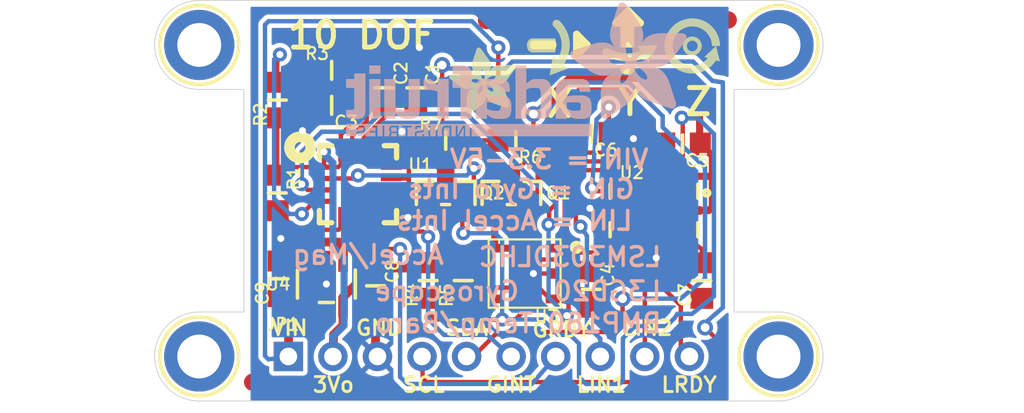
<source format=kicad_pcb>
(kicad_pcb (version 20221018) (generator pcbnew)
  (layers (0 "F.Cu" signal) (31 "B.Cu" signal) (34 "B.Paste" user) (35 "F.Paste" user) (36 "B.SilkS" user "B.Silkscreen") (37 "F.SilkS" user "F.Silkscreen") (38 "B.Mask" user) (39 "F.Mask" user) (44 "Edge.Cuts" user))
  (net 0 "")
  (net 1 "N$1")
  (net 2 "N$2")
  (net 3 "3.3V")
  (net 4 "N$3")
  (net 5 "N$4")
  (net 6 "GND")
  (net 7 "SCL_3V")
  (net 8 "SDA_3V")
  (net 9 "N$6")
  (net 10 "N$5")
  (net 11 "N$7")
  (net 12 "VIN")
  (net 13 "SDA_5V")
  (net 14 "SCL_5V")
  (net 15 "GYR_INT")
  (net 16 "LSM_INT2")
  (net 17 "LSM_INT1")
  (net 18 "LSM_DRDY")
  (net 19 "GYR_RDY")
  (footprint "working:_0805MP" (layer "F.Cu") (at 160.6391 109.5606 90)
    (fp_text reference "C7")
    (fp_text value "0.22µF")
  )
  (footprint "working:_0805MP" (layer "F.Cu") (at 136.5391 109.4606 90)
    (fp_text reference "C9")
    (fp_text value "10uF")
  )
  (footprint "working:SOT23-WIDE" (layer "F.Cu") (at 149.7851 104.5606)
    (fp_text reference "Q1")
    (fp_text value "BSS138")
  )
  (footprint "working:L3G4200D_LGA16L" (layer "F.Cu") (at 141.0391 104.0606)
    (fp_text reference "U1")
    (fp_text value "L3GD20")
  )
  (footprint "working:SOT23-WIDE" (layer "F.Cu") (at 146.0391 104.5606)
    (fp_text reference "Q2")
    (fp_text value "BSS138")
  )
  (footprint "working:_0805MP" (layer "F.Cu") (at 146.0391 101.5606)
    (fp_text reference "R7")
    (fp_text value "10K")
  )
  (footprint "working:_0805MP" (layer "F.Cu") (at 145.0391 109.5606 90)
    (fp_text reference "R4")
    (fp_text value "10K")
  )
  (footprint "working:_0805MP" (layer "F.Cu") (at 142.5391 98.5606 -90)
    (fp_text reference "C2")
    (fp_text value "470nF")
  )
  (footprint "working:ADAFRUIT_3.5MM" (layer "F.Cu") (at 150.0391 100.0606 90)
    (fp_text reference "U$32" hide)
    (fp_text value "" hide)
  )
  (footprint "working:_0805MP" (layer "F.Cu") (at 159.5391 101.7606 180)
    (fp_text reference "C5")
    (fp_text value "10uF")
  )
  (footprint "working:_0805MP" (layer "F.Cu") (at 136.4391 104.5606 -90)
    (fp_text reference "R1")
    (fp_text value "10K")
  )
  (footprint "working:LGA14" (layer "F.Cu") (at 157.9121 105.5606)
    (fp_text reference "U2")
    (fp_text value "LSM303DLHC")
  )
  (footprint "working:_0805MP" (layer "F.Cu") (at 139.5391 97.5606)
    (fp_text reference "R3")
    (fp_text value "10K")
  )
  (footprint "working:_0805MP" (layer "F.Cu") (at 150.0391 101.5606 180)
    (fp_text reference "R6")
    (fp_text value "10K")
  )
  (footprint "working:_0805MP" (layer "F.Cu") (at 154.3391 110.0606 -90)
    (fp_text reference "C4")
    (fp_text value "0.1uF")
  )
  (footprint "working:_0805MP" (layer "F.Cu") (at 136.4391 99.2606 90)
    (fp_text reference "R2")
    (fp_text value "10K")
  )
  (footprint "working:_0805MP" (layer "F.Cu") (at 139.5391 99.5606 180)
    (fp_text reference "C3")
    (fp_text value "0.1uF")
  )
  (footprint "working:MOUNTINGHOLE_2.5_PLATED_THICK" (layer "F.Cu") (at 165.0111 113.8936)
    (fp_text reference "U$28" hide)
    (fp_text value "MOUNTINGHOLE2.5_THICK" hide)
  )
  (footprint "working:_0805MP" (layer "F.Cu") (at 142.0391 109.8606 -90)
    (fp_text reference "C8")
    (fp_text value "10uF")
  )
  (footprint "working:MOUNTINGHOLE_2.5_PLATED_THICK" (layer "F.Cu") (at 131.9911 96.1136)
    (fp_text reference "U$30" hide)
    (fp_text value "MOUNTINGHOLE2.5_THICK" hide)
  )
  (footprint "working:FIDUCIAL_1MM" (layer "F.Cu") (at 148.3741 94.7166)
    (fp_text reference "FID3" hide)
    (fp_text value "FIDUCIAL\"\"" hide)
  )
  (footprint "working:_0805MP" (layer "F.Cu") (at 154.3391 101.1606 180)
    (fp_text reference "C6")
    (fp_text value "4.7uF")
  )
  (footprint "working:FIDUCIAL_1MM" (layer "F.Cu") (at 162.1391 94.6876)
    (fp_text reference "FID1" hide)
    (fp_text value "FIDUCIAL\"\"" hide)
  )
  (footprint "working:_0805MP" (layer "F.Cu") (at 147.0391 109.5606 90)
    (fp_text reference "R5")
    (fp_text value "10K")
  )
  (footprint "working:FIDUCIAL_1MM" (layer "F.Cu") (at 135.0391 115.3606)
    (fp_text reference "FID2" hide)
    (fp_text value "FIDUCIAL\"\"" hide)
  )
  (footprint "working:_0805MP" (layer "F.Cu") (at 144.3391 98.5606 -90)
    (fp_text reference "C1")
    (fp_text value "10nF")
  )
  (footprint "working:SYMBOL_GYROXYZ_10MM" (layer "F.Cu") (at 151.4391 97.8606)
    (fp_text reference "U$25" hide)
    (fp_text value "" hide)
  )
  (footprint "working:1X10_ROUND" (layer "F.Cu") (at 148.5011 113.8936)
    (fp_text reference "JP1")
    (fp_text value "")
  )
  (footprint "working:MOUNTINGHOLE_2.5_PLATED_THICK" (layer "F.Cu") (at 131.9911 113.8936)
    (fp_text reference "U$31" hide)
    (fp_text value "MOUNTINGHOLE2.5_THICK" hide)
  )
  (footprint "working:MOUNTINGHOLE_2.5_PLATED_THICK" (layer "F.Cu") (at 165.0111 96.1136)
    (fp_text reference "U$29" hide)
    (fp_text value "MOUNTINGHOLE2.5_THICK" hide)
  )
  (footprint "working:BMP180_EXTENDED" (layer "F.Cu") (at 150.5391 109.1606 180)
    (fp_text reference "U3")
    (fp_text value "BMP180")
  )
  (footprint "working:SOT23-5" (layer "F.Cu") (at 139.2391 109.7606 180)
    (fp_text reference "U4")
    (fp_text value "MIC5225-3.3")
  )
  (footprint "working:ADAFRUIT_TEXT_20MM" (layer "B.Cu") (at 159.9311 101.3206 180)
    (fp_text reference "U$26" hide)
    (fp_text value "" hide)
  )
  (gr_line (start 151.0391 96.0606) (end 152.1391 96.0606) (stroke (width 0.4064)) (layer "F.SilkS"))
  (gr_line (start 154.1011 96.1036) (end 153.5011 95.5036) (stroke (width 0.4064)) (layer "F.SilkS"))
  (gr_line (start 156.2391 95.0606) (end 156.2391 96.0606) (stroke (width 0.4064)) (layer "F.SilkS"))
  (gr_line (start 152.1391 96.0606) (end 152.1391 96.1606) (stroke (width 0.4064)) (layer "F.SilkS"))
  (gr_line (start 156.2391 96.0606) (end 156.5391 96.0606) (stroke (width 0.4064)) (layer "F.SilkS"))
  (gr_line (start 155.7391 94.8606) (end 156.1391 94.8606) (stroke (width 0.4064)) (layer "F.SilkS"))
  (gr_line (start 153.5011 95.5036) (end 153.5011 96.7036) (stroke (width 0.4064)) (layer "F.SilkS"))
  (gr_line (start 156.1391 94.8606) (end 156.4391 94.5606) (stroke (width 0.4064)) (layer "F.SilkS"))
  (gr_line (start 156.2391 97.5606) (end 156.5391 97.5606) (stroke (width 0.4064)) (layer "F.SilkS"))
  (gr_line (start 152.1391 96.1606) (end 151.0391 96.1606) (stroke (width 0.4064)) (layer "F.SilkS"))
  (gr_line (start 156.4391 94.1606) (end 155.7391 94.8606) (stroke (width 0.4064)) (layer "F.SilkS"))
  (gr_line (start 156.1391 94.8606) (end 157.1391 94.8606) (stroke (width 0.4064)) (layer "F.SilkS"))
  (gr_line (start 157.1391 94.8606) (end 156.4391 94.1606) (stroke (width 0.4064)) (layer "F.SilkS"))
  (gr_line (start 156.5391 96.0606) (end 156.5391 95.0606) (stroke (width 0.4064)) (layer "F.SilkS"))
  (gr_line (start 153.6391 95.9606) (end 153.6391 96.2606) (stroke (width 0.4064)) (layer "F.SilkS"))
  (gr_line (start 153.5011 96.7036) (end 154.1011 96.1036) (stroke (width 0.4064)) (layer "F.SilkS"))
  (gr_line (start 131.9911 98.6536) (end 134.5311 98.6536) (stroke (width 0.05)) (layer "Edge.Cuts"))
  (gr_line (start 134.5311 111.3536) (end 131.9911 111.3536) (stroke (width 0.05)) (layer "Edge.Cuts"))
  (gr_arc (start 165.0111 93.5736) (mid 166.807151 94.317549) (end 167.5511 96.1136) (stroke (width 0.05)) (layer "Edge.Cuts"))
  (gr_arc (start 129.4511 96.1136) (mid 130.195049 94.317549) (end 131.9911 93.5736) (stroke (width 0.05)) (layer "Edge.Cuts"))
  (gr_arc (start 129.4511 113.8936) (mid 130.195049 112.097549) (end 131.9911 111.3536) (stroke (width 0.05)) (layer "Edge.Cuts"))
  (gr_arc (start 165.0111 111.3536) (mid 166.807151 112.097549) (end 167.5511 113.8936) (stroke (width 0.05)) (layer "Edge.Cuts"))
  (gr_line (start 162.4711 98.6536) (end 162.4711 111.3536) (stroke (width 0.05)) (layer "Edge.Cuts"))
  (gr_arc (start 167.5511 96.1136) (mid 166.807151 97.909651) (end 165.0111 98.6536) (stroke (width 0.05)) (layer "Edge.Cuts"))
  (gr_arc (start 167.5511 113.8936) (mid 166.807151 115.689651) (end 165.0111 116.4336) (stroke (width 0.05)) (layer "Edge.Cuts"))
  (gr_line (start 131.9911 93.5736) (end 165.0111 93.5736) (stroke (width 0.05)) (layer "Edge.Cuts"))
  (gr_line (start 162.4711 111.3536) (end 165.0111 111.3536) (stroke (width 0.05)) (layer "Edge.Cuts"))
  (gr_arc (start 131.9911 98.6536) (mid 130.195049 97.909651) (end 129.4511 96.1136) (stroke (width 0.05)) (layer "Edge.Cuts"))
  (gr_line (start 134.5311 111.3536) (end 134.5311 98.6536) (stroke (width 0.05)) (layer "Edge.Cuts"))
  (gr_line (start 165.0111 116.4336) (end 131.9911 116.4336) (stroke (width 0.05)) (layer "Edge.Cuts"))
  (gr_line (start 165.0111 98.6536) (end 162.4711 98.6536) (stroke (width 0.05)) (layer "Edge.Cuts"))
  (gr_arc (start 131.9911 116.4336) (mid 130.195049 115.689651) (end 129.4511 113.8936) (stroke (width 0.05)) (layer "Edge.Cuts"))
  (gr_text "L3GD20" (at 158.4391 110.1686) (layer "B.SilkS") (effects (font (size 1.0795 1.0795) (thickness 0.1905)) (justify left mirror)))
  (gr_text "BMP180 Temp/Baro" (at 158.4391 111.9956) (layer "B.SilkS") (effects (font (size 1.0795 1.0795) (thickness 0.1905)) (justify left mirror)))
  (gr_text "GIN = Gyro Ints" (at 150.3361 104.3436) (layer "B.SilkS") (effects (font (size 1.0668 1.0668) (thickness 0.2032)) (justify mirror)))
  (gr_text "LSM303DLHC" (at 158.4391 108.2146) (layer "B.SilkS") (effects (font (size 1.0795 1.0795) (thickness 0.1905)) (justify left mirror)))
  (gr_text "LIN = Accel Ints" (at 149.9631 106.1436) (layer "B.SilkS") (effects (font (size 1.0668 1.0668) (thickness 0.2032)) (justify mirror)))
  (gr_text "Gyroscope" (at 150.3391 110.1686) (layer "B.SilkS") (effects (font (size 1.0795 1.0795) (thickness 0.1905)) (justify left mirror)))
  (gr_text "VIN = 3.3-5V" (at 151.9361 102.6406) (layer "B.SilkS") (effects (font (size 1.0668 1.0668) (thickness 0.2032)) (justify mirror)))
  (gr_text "Accel/Mag" (at 146.0391 108.0876) (layer "B.SilkS") (effects (font (size 1.0795 1.0795) (thickness 0.1905)) (justify left mirror)))
  (gr_text "GND" (at 142.2391 112.2606) (layer "F.SilkS") (effects (font (size 0.85344 0.85344) (thickness 0.16256))))
  (gr_text "Z" (at 160.4391 99.3606) (layer "F.SilkS") (effects (font (size 1.49352 1.49352) (thickness 0.28448))))
  (gr_text "LIN1" (at 154.9121 115.5066) (layer "F.SilkS") (effects (font (size 0.85344 0.85344) (thickness 0.16256))))
  (gr_text "LIN2" (at 157.5391 112.2606) (layer "F.SilkS") (effects (font (size 0.85344 0.85344) (thickness 0.16256))))
  (gr_text "Y" (at 156.5391 99.3606) (layer "F.SilkS") (effects (font (size 1.49352 1.49352) (thickness 0.28448))))
  (gr_text "SDA" (at 147.2391 112.2606) (layer "F.SilkS") (effects (font (size 0.85344 0.85344) (thickness 0.16256))))
  (gr_text "GINT" (at 149.7851 115.5066) (layer "F.SilkS") (effects (font (size 0.85344 0.85344) (thickness 0.16256))))
  (gr_text "GRDY" (at 152.6391 112.3606) (layer "F.SilkS") (effects (font (size 0.85344 0.85344) (thickness 0.16256))))
  (gr_text "VIN" (at 137.1391 112.2606) (layer "F.SilkS") (effects (font (size 0.85344 0.85344) (thickness 0.16256))))
  (gr_text "X" (at 152.5391 99.4606) (layer "F.SilkS") (effects (font (size 1.49352 1.49352) (thickness 0.28448))))
  (gr_text "3Vo" (at 139.6391 115.5066) (layer "F.SilkS") (effects (font (size 0.85344 0.85344) (thickness 0.16256))))
  (gr_text "LRDY" (at 159.9121 115.5066) (layer "F.SilkS") (effects (font (size 0.85344 0.85344) (thickness 0.16256))))
  (gr_text "SCL" (at 144.7851 115.5066) (layer "F.SilkS") (effects (font (size 0.85344 0.85344) (thickness 0.16256))))
  (gr_text "10 DOF" (at 141.2391 95.5606) (layer "F.SilkS") (effects (font (size 1.49352 1.49352) (thickness 0.28448))))
  (segment (start 140.0641 105.9606) (end 140.0641 106.5356) (width 0.25) (layer "F.Cu") (net 1))
  (segment (start 139.9391 106.6606) (end 137.5231 106.6606) (width 0.25) (layer "F.Cu") (net 1))
  (segment (start 137.5231 106.6606) (end 136.4391 105.5766) (width 0.25) (layer "F.Cu") (net 1))
  (segment (start 140.0641 106.5356) (end 139.9391 106.6606) (width 0.25) (layer "F.Cu") (net 1))
  (segment (start 138.5641 105.0356) (end 137.8391 105.7606) (width 0.25) (layer "F.Cu") (net 2))
  (segment (start 136.4391 96.8106) (end 136.5891 96.6606) (width 0.25) (layer "F.Cu") (net 2))
  (segment (start 136.4391 98.2446) (end 136.4391 96.8106) (width 0.25) (layer "F.Cu") (net 2))
  (segment (start 139.1391 105.0356) (end 138.5641 105.0356) (width 0.25) (layer "F.Cu") (net 2))
  (via (at 137.8391 105.7606) (size 0.8064) (drill 0.4) (layers "F.Cu" "B.Cu") (net 2))
  (via (at 136.5891 96.6606) (size 0.8064) (drill 0.4) (layers "F.Cu" "B.Cu") (net 2))
  (segment (start 137.1391 105.7606) (end 136.2581 104.8796) (width 0.25) (layer "B.Cu") (net 2))
  (segment (start 136.2581 96.9376) (end 136.5891 96.6606) (width 0.25) (layer "B.Cu") (net 2))
  (segment (start 136.2581 104.8796) (end 136.2581 96.9376) (width 0.25) (layer "B.Cu") (net 2))
  (segment (start 137.8391 105.7606) (end 137.1391 105.7606) (width 0.25) (layer "B.Cu") (net 2))
  (segment (start 149.0891 104.7106) (end 149.2391 104.5606) (width 0.25) (layer "F.Cu") (net 3))
  (segment (start 161.2391 102.4446) (end 160.5551 101.7606) (width 0.4064) (layer "F.Cu") (net 3))
  (segment (start 142.0391 108.8446) (end 144.7391 108.8446) (width 0.5) (layer "F.Cu") (net 3))
  (segment (start 140.0641 102.1606) (end 140.0641 101.2356) (width 0.25) (layer "F.Cu") (net 3))
  (segment (start 152.2391 102.2606) (end 152.2391 98.8526) (width 0.4064) (layer "F.Cu") (net 3))
  (segment (start 148.9851 107.7106) (end 150.2391 107.7106) (width 0.4064) (layer "F.Cu") (net 3))
  (segment (start 148.8351 105.5606) (end 148.8351 107.5606) (width 0.4064) (layer "F.Cu") (net 3))
  (segment (start 145.0391 108.5446) (end 146.0391 108.5446) (width 0.5) (layer "F.Cu") (net 3))
  (segment (start 160.3121 103.6066) (end 161.2391 103.6066) (width 0.4064) (layer "F.Cu") (net 3))
  (segment (start 149.2391 104.5606) (end 151.1581 104.5606) (width 0.25) (layer "F.Cu") (net 3))
  (segment (start 160.5121 101.7496) (end 160.5121 99.1826) (width 0.4064) (layer "F.Cu") (net 3))
  (segment (start 152.2391 102.2606) (end 151.3581 103.1416) (width 0.4064) (layer "F.Cu") (net 3))
  (segment (start 153.1311 108.3606) (end 150.7391 108.3606) (width 0.25) (layer "F.Cu") (net 3))
  (segment (start 148.8351 105.5606) (end 149.0891 104.7106) (width 0.25) (layer "F.Cu") (net 3))
  (segment (start 141.8551 108.8446) (end 140.1891 110.5106) (width 0.5) (layer "F.Cu") (net 3))
  (segment (start 139.1391 103.0856) (end 139.9141 103.0856) (width 0.25) (layer "F.Cu") (net 3))
  (segment (start 146.0391 108.5446) (end 147.0391 108.5446) (width 0.5) (layer "F.Cu") (net 3))
  (segment (start 159.9121 104.0066) (end 160.3121 103.6066) (width 0.4064) (layer "F.Cu") (net 3))
  (segment (start 154.3391 109.0446) (end 153.8151 109.0446) (width 0.25) (layer "F.Cu") (net 3))
  (segment (start 139.9141 103.0856) (end 140.0641 102.9356) (width 0.25) (layer "F.Cu") (net 3))
  (segment (start 140.5391 100.7606) (end 140.5391 99.8766) (width 0.25) (layer "F.Cu") (net 3))
  (segment (start 148.7391 107.7106) (end 147.8731 107.7106) (width 0.5) (layer "F.Cu") (net 3))
  (segment (start 150.5391 108.1606) (end 150.5391 107.4106) (width 0.25) (layer "F.Cu") (net 3))
  (segment (start 136.8981 103.0856) (end 136.4391 103.5446) (width 0.25) (layer "F.Cu") (net 3))
  (segment (start 140.1891 111.0607) (end 140.1891 110.5106) (width 0.5) (layer "F.Cu") (net 3))
  (segment (start 139.1031 102.2096) (end 139.1031 103.0496) (width 0.254) (layer "F.Cu") (net 3))
  (segment (start 159.3481 98.0186) (end 160.5121 99.1826) (width 0.4064) (layer "F.Cu") (net 3))
  (segment (start 140.0641 102.1606) (end 140.0641 102.9356) (width 0.25) (layer "F.Cu") (net 3))
  (segment (start 151.3581 104.4876) (end 151.3581 103.1416) (width 0.4064) (layer "F.Cu") (net 3))
  (segment (start 147.8731 107.7106) (end 147.0391 108.5446) (width 0.5) (layer "F.Cu") (net 3))
  (segment (start 145.0891 105.5606) (end 145.8391 105.5606) (width 0.25) (layer "F.Cu") (net 3))
  (segment (start 160.0121 105.5606) (end 161.0391 105.5606) (width 0.4064) (layer "F.Cu") (net 3))
  (segment (start 153.0731 98.0186) (end 159.3481 98.0186) (width 0.4064) (layer "F.Cu") (net 3))
  (segment (start 145.8391 105.5606) (end 146.0391 105.7606) (width 0.25) (layer "F.Cu") (net 3))
  (segment (start 139.1031 103.0496) (end 139.1391 103.0856) (width 0.254) (layer "F.Cu") (net 3))
  (segment (start 142.0391 108.8446) (end 141.8551 108.8446) (width 0.5) (layer "F.Cu") (net 3))
  (segment (start 140.1891 111.0607) (end 140.1891 112.1106) (width 0.5) (layer "F.Cu") (net 3))
  (segment (start 148.7391 107.7106) (end 148.9851 107.7106) (width 0.25) (layer "F.Cu") (net 3))
  (segment (start 152.2391 98.8526) (end 153.0731 98.0186) (width 0.4064) (layer "F.Cu") (net 3))
  (segment (start 150.7391 108.3606) (end 150.5391 108.1606) (width 0.25) (layer "F.Cu") (net 3))
  (segment (start 146.0391 105.7606) (end 146.0391 108.5446) (width 0.25) (layer "F.Cu") (net 3))
  (segment (start 139.6111 113.8936) (end 139.6491 112.6506) (width 0.5) (layer "F.Cu") (net 3))
  (segment (start 136.6391 103.3446) (end 136.4391 103.5446) (width 0.25) (layer "F.Cu") (net 3))
  (segment (start 139.6491 112.6506) (end 140.1891 112.1106) (width 0.5) (layer "F.Cu") (net 3))
  (segment (start 160.5121 101.7496) (end 160.5551 101.7606) (width 0.25) (layer "F.Cu") (net 3))
  (segment (start 161.2391 103.6066) (end 161.2391 102.4446) (width 0.4064) (layer "F.Cu") (net 3))
  (segment (start 139.1391 103.0856) (end 136.8981 103.0856) (width 0.25) (layer "F.Cu") (net 3))
  (segment (start 148.8351 107.5606) (end 148.9851 107.7106) (width 0.25) (layer "F.Cu") (net 3))
  (segment (start 161.0391 105.5606) (end 161.2391 105.3606) (width 0.4064) (layer "F.Cu") (net 3))
  (segment (start 144.7391 108.8446) (end 145.0391 108.5446) (width 0.5) (layer "F.Cu") (net 3))
  (segment (start 159.9121 104.4606) (end 159.9121 104.0066) (width 0.4064) (layer "F.Cu") (net 3))
  (segment (start 161.2391 105.3606) (end 161.2391 103.6066) (width 0.4064) (layer "F.Cu") (net 3))
  (segment (start 140.5391 99.8766) (end 140.5551 99.5606) (width 0.25) (layer "F.Cu") (net 3))
  (segment (start 151.1581 104.5606) (end 151.3581 104.4876) (width 0.25) (layer "F.Cu") (net 3))
  (segment (start 136.4391 100.2766) (end 136.4391 103.5446) (width 0.25) (layer "F.Cu") (net 3))
  (segment (start 140.0641 101.2356) (end 140.5391 100.7606) (width 0.25) (layer "F.Cu") (net 3))
  (segment (start 150.2391 107.7106) (end 150.5391 107.4106) (width 0.25) (layer "F.Cu") (net 3))
  (segment (start 153.8151 109.0446) (end 153.1311 108.3606) (width 0.25) (layer "F.Cu") (net 3))
  (via (at 139.1031 102.2096) (size 0.8064) (drill 0.4) (layers "F.Cu" "B.Cu") (net 3))
  (segment (start 140.2461 112.1156) (end 140.2461 108.3056) (width 0.4064) (layer "B.Cu") (net 3))
  (segment (start 140.2461 108.3056) (end 139.6111 107.6706) (width 0.4064) (layer "B.Cu") (net 3))
  (segment (start 138.8491 102.0826) (end 139.1031 102.2096) (width 0.4064) (layer "B.Cu") (net 3))
  (segment (start 139.6111 102.8446) (end 138.8491 102.0826) (width 0.4064) (layer "B.Cu") (net 3))
  (segment (start 139.6111 112.7506) (end 140.2461 112.1156) (width 0.4064) (layer "B.Cu") (net 3))
  (segment (start 139.6111 107.6706) (end 139.6111 102.8446) (width 0.4064) (layer "B.Cu") (net 3))
  (segment (start 139.6111 113.8936) (end 139.6111 112.7506) (width 0.4064) (layer "B.Cu") (net 3))
  (segment (start 142.5231 97.5606) (end 142.5391 97.5446) (width 0.25) (layer "F.Cu") (net 4))
  (segment (start 140.5551 97.5606) (end 142.5231 97.5606) (width 0.25) (layer "F.Cu") (net 4))
  (segment (start 141.3641 101.4356) (end 142.5391 100.2606) (width 0.25) (layer "F.Cu") (net 5))
  (segment (start 142.5391 100.2606) (end 142.5391 99.5766) (width 0.25) (layer "F.Cu") (net 5))
  (segment (start 144.3391 99.5766) (end 142.5391 99.5766) (width 0.25) (layer "F.Cu") (net 5))
  (segment (start 141.3641 102.1606) (end 141.3641 101.4356) (width 0.25) (layer "F.Cu") (net 5))
  (segment (start 143.9391 103.0606) (end 143.9391 101.4606) (width 0.25) (layer "F.Cu") (net 6))
  (segment (start 158.5231 101.7606) (end 157.4391 101.7606) (width 0.25) (layer "F.Cu") (net 6))
  (segment (start 143.9391 104.9606) (end 143.9391 104.3606) (width 0.25) (layer "F.Cu") (net 6))
  (segment (start 153.6391 98.6606) (end 156.3391 98.6606) (width 0.25) (layer "F.Cu") (net 6))
  (segment (start 139.2391 108.4605) (end 139.2391 109.7606) (width 0.5) (layer "F.Cu") (net 6))
  (segment (start 141.5391 98.7606) (end 141.3391 98.5606) (width 0.25) (layer "F.Cu") (net 6))
  (segment (start 142.9391 103.0856) (end 143.9141 103.0856) (width 0.25) (layer "F.Cu") (net 6))
  (segment (start 156.7391 99.0606) (end 156.7391 101.4606) (width 0.25) (layer "F.Cu") (net 6))
  (segment (start 153.4391 110.0606) (end 153.2391 109.8606) (width 0.25) (layer "F.Cu") (net 6))
  (segment (start 154.3391 111.0766) (end 154.3391 110.2606) (width 0.25) (layer "F.Cu") (net 6))
  (segment (start 153.2391 109.8606) (end 153.2391 109.2606) (width 0.25) (layer "F.Cu") (net 6))
  (segment (start 136.5391 108.4446) (end 136.5391 107.2606) (width 0.5) (layer "F.Cu") (net 6))
  (segment (start 136.5391 107.2606) (end 136.6391 107.1606) (width 0.5) (layer "F.Cu") (net 6))
  (segment (start 143.9391 101.4606) (end 143.5391 101.0606) (width 0.25) (layer "F.Cu") (net 6))
  (segment (start 154.3391 110.2606) (end 154.1391 110.0606) (width 0.25) (layer "F.Cu") (net 6))
  (segment (start 142.0141 105.9606) (end 143.8891 105.9606) (width 0.25) (layer "F.Cu") (net 6))
  (segment (start 138.5231 99.5606) (end 138.5231 98.5606) (width 0.25) (layer "F.Cu") (net 6))
  (segment (start 142.9391 104.3856) (end 143.9141 104.3856) (width 0.25) (layer "F.Cu") (net 6))
  (segment (start 157.1391 101.4606) (end 156.7391 101.4606) (width 0.25) (layer "F.Cu") (net 6))
  (segment (start 141.3391 98.5606) (end 138.5231 98.5606) (width 0.25) (layer "F.Cu") (net 6))
  (segment (start 143.9141 104.3856) (end 143.9391 104.3606) (width 0.25) (layer "F.Cu") (net 6))
  (segment (start 143.9141 103.0856) (end 143.9391 103.0606) (width 0.25) (layer "F.Cu") (net 6))
  (segment (start 152.3391 109.1606) (end 151.0391 109.1606) (width 0.25) (layer "F.Cu") (net 6))
  (segment (start 141.5391 100.4606) (end 141.5391 98.7606) (width 0.25) (layer "F.Cu") (net 6))
  (segment (start 158.3121 108.1146) (end 158.0391 108.2606) (width 0.25) (layer "F.Cu") (net 6))
  (segment (start 143.8641 105.0356) (end 143.8641 105.9356) (width 0.25) (layer "F.Cu") (net 6))
  (segment (start 157.5121 107.9876) (end 158.0391 108.2606) (width 0.25) (layer "F.Cu") (net 6))
  (segment (start 142.9391 105.0356) (end 143.8641 105.0356) (width 0.25) (layer "F.Cu") (net 6))
  (segment (start 158.3121 106.6606) (end 158.3121 108.1146) (width 0.25) (layer "F.Cu") (net 6))
  (segment (start 144.3391 96.4606) (end 144.5391 96.2606) (width 0.25) (layer "F.Cu") (net 6))
  (segment (start 138.5231 98.5606) (end 138.5231 97.5606) (width 0.25) (layer "F.Cu") (net 6))
  (segment (start 140.7141 102.1606) (end 140.7141 101.2856) (width 0.25) (layer "F.Cu") (net 6))
  (segment (start 142.0391 113.9106) (end 142.1511 113.8936) (width 0.5) (layer "F.Cu") (net 6))
  (segment (start 153.3231 101.1606) (end 153.3231 98.9766) (width 0.25) (layer "F.Cu") (net 6))
  (segment (start 142.9391 103.7356) (end 143.8641 103.7356) (width 0.25) (layer "F.Cu") (net 6))
  (segment (start 153.2391 109.2606) (end 153.1391 109.1606) (width 0.25) (layer "F.Cu") (net 6))
  (segment (start 153.3231 98.9766) (end 153.6391 98.6606) (width 0.25) (layer "F.Cu") (net 6))
  (segment (start 138.5231 100.3826) (end 137.8771 101.0066) (width 0.25) (layer "F.Cu") (net 6))
  (segment (start 143.8641 105.0356) (end 143.9391 104.9606) (width 0.25) (layer "F.Cu") (net 6))
  (segment (start 142.0141 102.1606) (end 142.0141 101.5856) (width 0.25) (layer "F.Cu") (net 6))
  (segment (start 143.9391 104.3606) (end 143.9391 103.6606) (width 0.25) (layer "F.Cu") (net 6))
  (segment (start 157.4391 101.7606) (end 157.1391 101.4606) (width 0.25) (layer "F.Cu") (net 6))
  (segment (start 142.0141 101.5856) (end 142.5391 101.0606) (width 0.25) (layer "F.Cu") (net 6))
  (segment (start 140.7141 101.2856) (end 141.5391 100.4606) (width 0.25) (layer "F.Cu") (net 6))
  (segment (start 142.5391 101.0606) (end 143.5391 101.0606) (width 0.25) (layer "F.Cu") (net 6))
  (segment (start 157.5121 106.6606) (end 157.5121 107.9876) (width 0.25) (layer "F.Cu") (net 6))
  (segment (start 143.8641 105.9356) (end 143.8891 105.9606) (width 0.25) (layer "F.Cu") (net 6))
  (segment (start 153.1391 109.1606) (end 152.3391 109.1606) (width 0.25) (layer "F.Cu") (net 6))
  (segment (start 143.8641 103.7356) (end 143.9391 103.6606) (width 0.25) (layer "F.Cu") (net 6))
  (segment (start 143.9391 103.6606) (end 143.9391 103.0606) (width 0.25) (layer "F.Cu") (net 6))
  (segment (start 156.3391 98.6606) (end 156.7391 99.0606) (width 0.25) (layer "F.Cu") (net 6))
  (segment (start 144.3391 97.5446) (end 144.3391 96.4606) (width 0.25) (layer "F.Cu") (net 6))
  (segment (start 154.1391 110.0606) (end 153.4391 110.0606) (width 0.25) (layer "F.Cu") (net 6))
  (segment (start 155.8121 105.5606) (end 154.2581 105.4336) (width 0.25) (layer "F.Cu") (net 6))
  (segment (start 142.0391 110.8766) (end 142.0391 113.9106) (width 0.5) (layer "F.Cu") (net 6))
  (segment (start 138.5231 99.5606) (end 138.5231 100.3826) (width 0.25) (layer "F.Cu") (net 6))
  (via (at 144.5391 96.2606) (size 0.8064) (drill 0.4) (layers "F.Cu" "B.Cu") (net 6))
  (via (at 143.8891 105.9606) (size 0.8064) (drill 0.4) (layers "F.Cu" "B.Cu") (net 6))
  (via (at 154.2581 105.4336) (size 0.8064) (drill 0.4) (layers "F.Cu" "B.Cu") (net 6))
  (via (at 136.6391 107.1606) (size 0.8064) (drill 0.4) (layers "F.Cu" "B.Cu") (net 6))
  (via (at 139.2391 109.7606) (size 0.8064) (drill 0.4) (layers "F.Cu" "B.Cu") (net 6))
  (via (at 151.0391 109.1606) (size 0.8064) (drill 0.4) (layers "F.Cu" "B.Cu") (net 6))
  (via (at 137.8771 101.0066) (size 0.8064) (drill 0.4) (layers "F.Cu" "B.Cu") (net 6))
  (via (at 143.5391 101.0606) (size 0.8064) (drill 0.4) (layers "F.Cu" "B.Cu") (net 6))
  (via (at 156.7391 101.4606) (size 0.8064) (drill 0.4) (layers "F.Cu" "B.Cu") (net 6))
  (via (at 158.0391 108.2606) (size 0.8064) (drill 0.4) (layers "F.Cu" "B.Cu") (net 6))
  (segment (start 156.7391 101.4606) (end 156.4391 101.4606) (width 0.25) (layer "B.Cu") (net 6))
  (segment (start 137.8771 101.0066) (end 137.9501 101.0336) (width 0.25) (layer "B.Cu") (net 6))
  (segment (start 159.1121 104.4606) (end 159.0421 104.2416) (width 0.25) (layer "F.Cu") (net 7))
  (segment (start 145.0391 111.3796) (end 145.4391 111.7796) (width 0.25) (layer "F.Cu") (net 7))
  (segment (start 139.1391 103.7356) (end 140.8641 103.7356) (width 0.25) (layer "F.Cu") (net 7))
  (segment (start 146.9891 105.5606) (end 146.9891 106.8106) (width 0.25) (layer "F.Cu") (net 7))
  (segment (start 159.0421 104.2416) (end 159.0421 103.6066) (width 0.25) (layer "F.Cu") (net 7))
  (segment (start 146.9891 106.8106) (end 147.0391 106.8606) (width 0.25) (layer "F.Cu") (net 7))
  (segment (start 140.8641 103.7356) (end 141.0391 103.5606) (width 0.25) (layer "F.Cu") (net 7))
  (segment (start 147.6391 104.9106) (end 146.9891 105.5606) (width 0.25) (layer "F.Cu") (net 7))
  (segment (start 159.0421 103.6066) (end 159.5501 103.0986) (width 0.25) (layer "F.Cu") (net 7))
  (segment (start 150.4121 111.3796) (end 150.0121 111.7796) (width 0.25) (layer "F.Cu") (net 7))
  (segment (start 150.0121 111.7796) (end 149.2581 111.7796) (width 0.25) (layer "F.Cu") (net 7))
  (segment (start 145.4391 111.7796) (end 149.2581 111.7796) (width 0.25) (layer "F.Cu") (net 7))
  (segment (start 145.0391 110.5766) (end 145.0391 111.3796) (width 0.25) (layer "F.Cu") (net 7))
  (segment (start 159.5501 103.0986) (end 159.5501 100.3236) (width 0.25) (layer "F.Cu") (net 7))
  (segment (start 147.6391 103.1606) (end 147.6391 104.9106) (width 0.25) (layer "F.Cu") (net 7))
  (segment (start 159.5501 100.3236) (end 159.4931 100.2666) (width 0.25) (layer "F.Cu") (net 7))
  (segment (start 150.5391 110.9106) (end 150.4121 111.3796) (width 0.25) (layer "F.Cu") (net 7))
  (via (at 147.0391 106.8606) (size 0.8064) (drill 0.4) (layers "F.Cu" "B.Cu") (net 7))
  (via (at 141.0391 103.5606) (size 0.8064) (drill 0.4) (layers "F.Cu" "B.Cu") (net 7))
  (via (at 159.4931 100.2666) (size 0.8064) (drill 0.4) (layers "F.Cu" "B.Cu") (net 7))
  (via (at 149.2581 111.7796) (size 0.8064) (drill 0.4) (layers "F.Cu" "B.Cu") (net 7))
  (via (at 147.6391 103.1606) (size 0.8064) (drill 0.4) (layers "F.Cu" "B.Cu") (net 7))
  (segment (start 159.4551 100.3046) (end 159.4931 100.2666) (width 0.254) (layer "B.Cu") (net 7))
  (segment (start 159.2391 111.4606) (end 160.0781 111.4606) (width 0.254) (layer "B.Cu") (net 7))
  (segment (start 161.3281 101.1936) (end 160.4391 100.3046) (width 0.254) (layer "B.Cu") (net 7))
  (segment (start 153.6391 113.1606) (end 153.6391 115.0606) (width 0.25) (layer "B.Cu") (net 7))
  (segment (start 153.6391 115.0606) (end 154.0391 115.4606) (width 0.25) (layer "B.Cu") (net 7))
  (segment (start 156.8391 112.1606) (end 158.6231 112.1606) (width 0.25) (layer "B.Cu") (net 7))
  (segment (start 147.0391 106.8606) (end 148.8581 106.8606) (width 0.25) (layer "B.Cu") (net 7))
  (segment (start 158.6231 112.1606) (end 159.1041 111.6796) (width 0.25) (layer "B.Cu") (net 7))
  (segment (start 148.8581 106.8606) (end 149.2581 107.2606) (width 0.25) (layer "B.Cu") (net 7))
  (segment (start 160.0781 111.4606) (end 161.3281 110.4646) (width 0.254) (layer "B.Cu") (net 7))
  (segment (start 156.1391 112.8606) (end 156.8391 112.1606) (width 0.25) (layer "B.Cu") (net 7))
  (segment (start 147.2391 103.5606) (end 147.6391 103.1606) (width 0.25) (layer "B.Cu") (net 7))
  (segment (start 155.9391 115.4606) (end 156.1391 115.2606) (width 0.25) (layer "B.Cu") (net 7))
  (segment (start 149.2581 107.2606) (end 149.2581 111.7796) (width 0.25) (layer "B.Cu") (net 7))
  (segment (start 156.1391 115.2606) (end 156.1391 112.8606) (width 0.25) (layer "B.Cu") (net 7))
  (segment (start 160.4391 100.3046) (end 159.4551 100.3046) (width 0.254) (layer "B.Cu") (net 7))
  (segment (start 149.2581 111.7796) (end 151.5581 111.7796) (width 0.25) (layer "B.Cu") (net 7))
  (segment (start 152.4391 112.6606) (end 153.1391 112.6606) (width 0.25) (layer "B.Cu") (net 7))
  (segment (start 141.0391 103.5606) (end 147.2391 103.5606) (width 0.25) (layer "B.Cu") (net 7))
  (segment (start 159.2391 111.4606) (end 159.1041 111.6796) (width 0.25) (layer "B.Cu") (net 7))
  (segment (start 154.0391 115.4606) (end 155.9391 115.4606) (width 0.25) (layer "B.Cu") (net 7))
  (segment (start 161.3281 110.4646) (end 161.3281 101.1936) (width 0.254) (layer "B.Cu") (net 7))
  (segment (start 151.5581 111.7796) (end 152.4391 112.6606) (width 0.25) (layer "B.Cu") (net 7))
  (segment (start 153.1391 112.6606) (end 153.6391 113.1606) (width 0.25) (layer "B.Cu") (net 7))
  (segment (start 151.9391 106.2686) (end 151.9391 105.5606) (width 0.254) (layer "F.Cu") (net 8))
  (segment (start 152.3391 110.6106) (end 152.9891 110.6106) (width 0.25) (layer "F.Cu") (net 8))
  (segment (start 152.3391 103.1606) (end 152.3391 105.1606) (width 0.25) (layer "F.Cu") (net 8))
  (segment (start 157.0391 102.2606) (end 153.2391 102.2606) (width 0.25) (layer "F.Cu") (net 8))
  (segment (start 158.3121 104.4606) (end 158.3121 103.5416) (width 0.25) (layer "F.Cu") (net 8))
  (segment (start 151.9391 105.5606) (end 150.7351 105.5606) (width 0.25) (layer "F.Cu") (net 8))
  (segment (start 153.0391 111.4606) (end 152.9391 111.5606) (width 0.25) (layer "F.Cu") (net 8))
  (segment (start 138.1641 104.3856) (end 137.8391 104.0606) (width 0.25) (layer "F.Cu") (net 8))
  (segment (start 147.2691 110.8066) (end 147.2691 110.3306) (width 0.25) (layer "F.Cu") (net 8))
  (segment (start 139.1391 104.3856) (end 138.1641 104.3856) (width 0.25) (layer "F.Cu") (net 8))
  (segment (start 147.6391 109.9606) (end 151.3391 109.9606) (width 0.25) (layer "F.Cu") (net 8))
  (segment (start 152.9891 110.6106) (end 153.0391 110.6606) (width 0.25) (layer "F.Cu") (net 8))
  (segment (start 151.9041 106.3606) (end 151.9391 106.2686) (width 0.254) (layer "F.Cu") (net 8))
  (segment (start 153.0391 110.6606) (end 153.0391 111.4606) (width 0.25) (layer "F.Cu") (net 8))
  (segment (start 158.3121 103.5416) (end 158.1121 103.3416) (width 0.25) (layer "F.Cu") (net 8))
  (segment (start 151.3391 109.9606) (end 151.9891 110.6106) (width 0.25) (layer "F.Cu") (net 8))
  (segment (start 152.3391 110.6106) (end 151.9891 110.6106) (width 0.25) (layer "F.Cu") (net 8))
  (segment (start 147.2691 110.3306) (end 147.6391 109.9606) (width 0.25) (layer "F.Cu") (net 8))
  (segment (start 158.1121 103.3416) (end 157.7391 102.9606) (width 0.25) (layer "F.Cu") (net 8))
  (segment (start 152.3391 105.1606) (end 151.9391 105.5606) (width 0.25) (layer "F.Cu") (net 8))
  (segment (start 153.2391 102.2606) (end 152.3391 103.1606) (width 0.25) (layer "F.Cu") (net 8))
  (segment (start 147.2691 110.8066) (end 147.0391 110.5766) (width 0.25) (layer "F.Cu") (net 8))
  (segment (start 157.7391 102.9606) (end 157.0391 102.2606) (width 0.25) (layer "F.Cu") (net 8))
  (via (at 137.8391 104.0606) (size 0.8064) (drill 0.4) (layers "F.Cu" "B.Cu") (net 8))
  (via (at 152.9391 111.5606) (size 0.8064) (drill 0.4) (layers "F.Cu" "B.Cu") (net 8))
  (via (at 151.9041 106.3606) (size 0.8064) (drill 0.4) (layers "F.Cu" "B.Cu") (net 8))
  (segment (start 141.2621 101.0666) (end 142.2781 100.0506) (width 0.254) (layer "B.Cu") (net 8))
  (segment (start 147.2311 100.0506) (end 148.1201 100.9396) (width 0.254) (layer "B.Cu") (net 8))
  (segment (start 152.3391 106.1606) (end 151.9041 106.3606) (width 0.254) (layer "B.Cu") (net 8))
  (segment (start 152.3391 105.1606) (end 152.3391 106.1606) (width 0.254) (layer "B.Cu") (net 8))
  (segment (start 137.8391 102.2036) (end 138.9761 101.0666) (width 0.254) (layer "B.Cu") (net 8))
  (segment (start 151.9041 110.5256) (end 152.9391 111.5606) (width 0.25) (layer "B.Cu") (net 8))
  (segment (start 137.8391 104.0606) (end 137.8391 102.2036) (width 0.254) (layer "B.Cu") (net 8))
  (segment (start 142.2781 100.0506) (end 147.2311 100.0506) (width 0.254) (layer "B.Cu") (net 8))
  (segment (start 148.2451 101.0666) (end 152.3391 105.1606) (width 0.254) (layer "B.Cu") (net 8))
  (segment (start 138.9761 101.0666) (end 141.2621 101.0666) (width 0.254) (layer "B.Cu") (net 8))
  (segment (start 151.9041 106.3606) (end 151.9041 110.5256) (width 0.25) (layer "B.Cu") (net 8))
  (segment (start 148.1201 100.9396) (end 148.2451 101.0666) (width 0.254) (layer "B.Cu") (net 8))
  (segment (start 154.5851 104.4606) (end 154.3851 104.2606) (width 0.25) (layer "F.Cu") (net 9))
  (segment (start 155.3391 99.6606) (end 155.3391 101.1446) (width 0.25) (layer "F.Cu") (net 9))
  (segment (start 155.9121 104.4606) (end 154.5851 104.4606) (width 0.25) (layer "F.Cu") (net 9))
  (segment (start 155.3391 101.1446) (end 155.3551 101.1606) (width 0.25) (layer "F.Cu") (net 9))
  (via (at 155.3391 99.6606) (size 0.8064) (drill 0.4) (layers "F.Cu" "B.Cu") (net 9))
  (via (at 154.3851 104.2606) (size 0.8064) (drill 0.4) (layers "F.Cu" "B.Cu") (net 9))
  (segment (start 154.6391 100.3606) (end 155.3391 99.6606) (width 0.25) (layer "B.Cu") (net 9))
  (segment (start 154.3851 104.2606) (end 154.6391 100.3606) (width 0.25) (layer "B.Cu") (net 9))
  (segment (start 160.6231 110.5606) (end 160.6391 110.5766) (width 0.25) (layer "F.Cu") (net 10))
  (segment (start 159.1121 106.6606) (end 159.1121 109.0176) (width 0.25) (layer "F.Cu") (net 10))
  (segment (start 159.5121 109.4176) (end 160.6231 110.5606) (width 0.25) (layer "F.Cu") (net 10))
  (segment (start 159.1121 109.0176) (end 159.5121 109.4176) (width 0.25) (layer "F.Cu") (net 10))
  (segment (start 160.6391 107.7606) (end 160.6391 108.5446) (width 0.25) (layer "F.Cu") (net 11))
  (segment (start 159.7851 107.1606) (end 160.6391 107.7606) (width 0.25) (layer "F.Cu") (net 11))
  (segment (start 159.9121 106.6606) (end 159.7851 107.1606) (width 0.25) (layer "F.Cu") (net 11))
  (segment (start 147.0551 101.5606) (end 149.0231 101.5606) (width 0.25) (layer "F.Cu") (net 12))
  (segment (start 137.1091 111.0466) (end 137.0711 113.8936) (width 0.5) (layer "F.Cu") (net 12))
  (segment (start 138.5391 107.3606) (end 139.9391 107.3606) (width 0.5) (layer "F.Cu") (net 12))
  (segment (start 138.2891 108.4605) (end 138.2891 109.1106) (width 0.5) (layer "F.Cu") (net 12))
  (segment (start 139.9391 107.3606) (end 140.1891 107.6106) (width 0.5) (layer "F.Cu") (net 12))
  (segment (start 140.1891 108.4605) (end 140.1891 107.6106) (width 0.5) (layer "F.Cu") (net 12))
  (segment (start 136.5391 110.4766) (end 136.9231 110.4766) (width 0.5) (layer "F.Cu") (net 12))
  (segment (start 138.2891 108.4605) (end 138.2891 107.6106) (width 0.5) (layer "F.Cu") (net 12))
  (segment (start 136.9231 110.4766) (end 138.2891 109.1106) (width 0.5) (layer "F.Cu") (net 12))
  (segment (start 149.0391 96.2606) (end 149.0391 101.5446) (width 0.25) (layer "F.Cu") (net 12))
  (segment (start 149.0391 101.5446) (end 149.0231 101.5606) (width 0.25) (layer "F.Cu") (net 12))
  (segment (start 137.1091 111.0466) (end 136.5391 110.4766) (width 0.5) (layer "F.Cu") (net 12))
  (segment (start 138.2891 107.6106) (end 138.5391 107.3606) (width 0.5) (layer "F.Cu") (net 12))
  (via (at 149.0391 96.2606) (size 0.8064) (drill 0.4) (layers "F.Cu" "B.Cu") (net 12))
  (segment (start 135.9391 114.0606) (end 135.7391 113.8606) (width 0.25) (layer "B.Cu") (net 12))
  (segment (start 135.9391 94.7606) (end 147.5391 94.7606) (width 0.25) (layer "B.Cu") (net 12))
  (segment (start 147.5391 94.7606) (end 149.0391 96.2606) (width 0.25) (layer "B.Cu") (net 12))
  (segment (start 137.0711 113.8936) (end 135.9391 114.0606) (width 0.25) (layer "B.Cu") (net 12))
  (segment (start 135.7391 113.8606) (end 135.7391 94.9606) (width 0.25) (layer "B.Cu") (net 12))
  (segment (start 135.7391 94.9606) (end 135.9391 94.7606) (width 0.25) (layer "B.Cu") (net 12))
  (segment (start 148.8821 112.6236) (end 150.1521 112.6236) (width 0.254) (layer "F.Cu") (net 13))
  (segment (start 155.3591 112.4966) (end 156.1211 111.7346) (width 0.254) (layer "F.Cu") (net 13))
  (segment (start 151.0391 101.5446) (end 151.0551 101.5606) (width 0.25) (layer "F.Cu") (net 13))
  (segment (start 147.2311 113.8936) (end 147.6121 113.8936) (width 0.254) (layer "F.Cu") (net 13))
  (segment (start 156.1211 111.7346) (end 156.1211 110.5916) (width 0.254) (layer "F.Cu") (net 13))
  (segment (start 150.2791 112.4966) (end 155.3591 112.4966) (width 0.254) (layer "F.Cu") (net 13))
  (segment (start 150.1521 112.6236) (end 150.2791 112.4966) (width 0.254) (layer "F.Cu") (net 13))
  (segment (start 151.0551 102.2906) (end 149.7851 103.5606) (width 0.25) (layer "F.Cu") (net 13))
  (segment (start 151.0391 100.0606) (end 151.0391 101.5446) (width 0.25) (layer "F.Cu") (net 13))
  (segment (start 151.0551 101.5606) (end 151.0551 102.2906) (width 0.25) (layer "F.Cu") (net 13))
  (segment (start 147.6121 113.8936) (end 148.8821 112.6236) (width 0.254) (layer "F.Cu") (net 13))
  (via (at 151.0391 100.0606) (size 0.9064) (drill 0.5) (layers "F.Cu" "B.Cu") (net 13))
  (via (at 156.1211 110.5916) (size 0.9064) (drill 0.5) (layers "F.Cu" "B.Cu") (net 13))
  (segment (start 158.4071 100.8126) (end 160.8201 103.0986) (width 0.254) (layer "B.Cu") (net 13))
  (segment (start 158.4071 100.1776) (end 156.4901 98.2606) (width 0.254) (layer "B.Cu") (net 13))
  (segment (start 160.8201 103.0986) (end 160.8201 109.4486) (width 0.254) (layer "B.Cu") (net 13))
  (segment (start 156.4901 98.2606) (end 156.2481 98.2606) (width 0.254) (layer "B.Cu") (net 13))
  (segment (start 159.4231 110.5916) (end 156.1211 110.5916) (width 0.254) (layer "B.Cu") (net 13))
  (segment (start 152.8391 98.2606) (end 151.0391 100.0606) (width 0.25) (layer "B.Cu") (net 13))
  (segment (start 158.4071 100.1776) (end 158.4071 100.8126) (width 0.254) (layer "B.Cu") (net 13))
  (segment (start 160.8201 109.4486) (end 159.4231 110.5916) (width 0.254) (layer "B.Cu") (net 13))
  (segment (start 156.2481 98.2606) (end 152.8391 98.2606) (width 0.25) (layer "B.Cu") (net 13))
  (segment (start 145.8391 97.2606) (end 145.8391 100.7446) (width 0.25) (layer "F.Cu") (net 14))
  (segment (start 144.7291 115.1426) (end 144.9391 115.3526) (width 0.25) (layer "F.Cu") (net 14))
  (segment (start 144.6911 113.8936) (end 144.7291 115.1426) (width 0.25) (layer "F.Cu") (net 14))
  (segment (start 144.9391 115.3526) (end 160.8581 115.3526) (width 0.25) (layer "F.Cu") (net 14))
  (segment (start 161.4581 114.7526) (end 161.4581 112.8806) (width 0.25) (layer "F.Cu") (net 14))
  (segment (start 145.8391 100.7446) (end 145.0231 101.5606) (width 0.25) (layer "F.Cu") (net 14))
  (segment (start 145.0231 101.5606) (end 145.0231 102.5446) (width 0.25) (layer "F.Cu") (net 14))
  (segment (start 160.8201 112.2426) (end 160.8231 112.2416) (width 0.25) (layer "F.Cu") (net 14))
  (segment (start 145.0231 102.5446) (end 146.0391 103.5606) (width 0.25) (layer "F.Cu") (net 14))
  (segment (start 161.4581 112.8806) (end 160.8201 112.2426) (width 0.25) (layer "F.Cu") (net 14))
  (segment (start 160.8581 115.3526) (end 161.4581 114.7526) (width 0.25) (layer "F.Cu") (net 14))
  (via (at 160.8231 112.2416) (size 0.9064) (drill 0.5) (layers "F.Cu" "B.Cu") (net 14))
  (via (at 145.8391 97.2606) (size 0.9064) (drill 0.5) (layers "F.Cu" "B.Cu") (net 14))
  (segment (start 161.8361 111.0996) (end 160.8231 111.9856) (width 0.254) (layer "B.Cu") (net 14))
  (segment (start 149.8391 97.0606) (end 149.4391 97.4606) (width 0.25) (layer "B.Cu") (net 14))
  (segment (start 146.0391 97.4606) (end 145.8391 97.2606) (width 0.25) (layer "B.Cu") (net 14))
  (segment (start 161.8361 98.2496) (end 161.8361 111.0996) (width 0.254) (layer "B.Cu") (net 14))
  (segment (start 149.4391 97.4606) (end 146.0391 97.4606) (width 0.25) (layer "B.Cu") (net 14))
  (segment (start 160.8231 111.9856) (end 160.8231 112.2416) (width 0.254) (layer "B.Cu") (net 14))
  (segment (start 160.1391 97.0606) (end 149.8391 97.0606) (width 0.25) (layer "B.Cu") (net 14))
  (segment (start 161.2391 98.1606) (end 161.8361 98.2496) (width 0.254) (layer "B.Cu") (net 14))
  (segment (start 161.2391 98.1606) (end 160.1391 97.0606) (width 0.25) (layer "B.Cu") (net 14))
  (segment (start 141.3641 105.9606) (end 141.3641 106.6856) (width 0.25) (layer "F.Cu") (net 15))
  (segment (start 141.6391 106.9606) (end 142.8391 106.9606) (width 0.25) (layer "F.Cu") (net 15))
  (segment (start 142.8391 106.9606) (end 143.0391 106.7606) (width 0.25) (layer "F.Cu") (net 15))
  (segment (start 144.7391 106.7606) (end 145.0391 107.0606) (width 0.25) (layer "F.Cu") (net 15))
  (segment (start 143.0391 106.7606) (end 144.7391 106.7606) (width 0.25) (layer "F.Cu") (net 15))
  (segment (start 141.3641 106.6856) (end 141.6391 106.9606) (width 0.25) (layer "F.Cu") (net 15))
  (via (at 145.0391 107.0606) (size 0.8064) (drill 0.4) (layers "F.Cu" "B.Cu") (net 15))
  (segment (start 145.0391 107.0606) (end 145.0391 111.7606) (width 0.25) (layer "B.Cu") (net 15))
  (segment (start 145.0391 111.7606) (end 145.9391 112.6606) (width 0.25) (layer "B.Cu") (net 15))
  (segment (start 145.9391 112.6606) (end 148.4091 112.6606) (width 0.25) (layer "B.Cu") (net 15))
  (segment (start 148.4091 112.6606) (end 149.7711 113.8936) (width 0.25) (layer "B.Cu") (net 15))
  (segment (start 156.8391 102.7606) (end 153.5041 102.7606) (width 0.25) (layer "F.Cu") (net 16))
  (segment (start 153.3391 107.7686) (end 153.5311 107.9606) (width 0.25) (layer "F.Cu") (net 16))
  (segment (start 152.8191 103.4456) (end 152.8191 106.7816) (width 0.25) (layer "F.Cu") (net 16))
  (segment (start 157.5121 104.4606) (end 157.5121 103.4336) (width 0.25) (layer "F.Cu") (net 16))
  (segment (start 153.3271 107.2896) (end 153.3271 107.6706) (width 0.25) (layer "F.Cu") (net 16))
  (segment (start 157.5121 103.4336) (end 156.8391 102.7606) (width 0.25) (layer "F.Cu") (net 16))
  (segment (start 155.6851 107.9606) (end 157.3911 109.6666) (width 0.254) (layer "F.Cu") (net 16))
  (segment (start 153.3271 107.6706) (end 153.3391 107.7686) (width 0.25) (layer "F.Cu") (net 16))
  (segment (start 153.5041 102.7606) (end 152.8191 103.4456) (width 0.25) (layer "F.Cu") (net 16))
  (segment (start 153.5311 107.9606) (end 155.6851 107.9606) (width 0.25) (layer "F.Cu") (net 16))
  (segment (start 157.3911 109.6666) (end 157.3911 113.8936) (width 0.254) (layer "F.Cu") (net 16))
  (segment (start 152.8191 106.7816) (end 153.3271 107.2896) (width 0.25) (layer "F.Cu") (net 16))
  (segment (start 153.6231 106.3526) (end 153.7231 106.4796) (width 0.25) (layer "F.Cu") (net 17))
  (segment (start 156.7121 103.4066) (end 156.5661 103.2606) (width 0.25) (layer "F.Cu") (net 17))
  (segment (start 153.8311 103.2606) (end 153.4581 103.6336) (width 0.25) (layer "F.Cu") (net 17))
  (segment (start 153.4581 103.6336) (end 153.4581 106.3146) (width 0.25) (layer "F.Cu") (net 17))
  (segment (start 156.5661 103.2606) (end 153.8311 103.2606) (width 0.25) (layer "F.Cu") (net 17))
  (segment (start 156.7121 104.4606) (end 156.7121 103.4066) (width 0.25) (layer "F.Cu") (net 17))
  (segment (start 153.4581 106.3146) (end 153.6231 106.3526) (width 0.25) (layer "F.Cu") (net 17))
  (via (at 153.7231 106.4796) (size 0.8064) (drill 0.4) (layers "F.Cu" "B.Cu") (net 17))
  (segment (start 154.0891 107.0026) (end 153.7231 106.4796) (width 0.254) (layer "B.Cu") (net 17))
  (segment (start 154.8511 113.8936) (end 154.8511 112.8776) (width 0.254) (layer "B.Cu") (net 17))
  (segment (start 154.0891 112.1156) (end 154.0891 107.0026) (width 0.254) (layer "B.Cu") (net 17))
  (segment (start 154.8511 112.8776) (end 154.0891 112.1156) (width 0.254) (layer "B.Cu") (net 17))
  (segment (start 159.4391 113.4606) (end 159.4391 113.5306) (width 0.25) (layer "F.Cu") (net 18))
  (segment (start 156.7121 106.6606) (end 156.7121 108.2616) (width 0.254) (layer "F.Cu") (net 18))
  (segment (start 159.9391 114.0306) (end 159.9311 113.8936) (width 0.25) (layer "F.Cu") (net 18))
  (segment (start 156.7121 108.2616) (end 159.4391 110.9886) (width 0.254) (layer "F.Cu") (net 18))
  (segment (start 159.4391 110.9886) (end 159.4391 113.4606) (width 0.254) (layer "F.Cu") (net 18))
  (segment (start 159.4391 113.5306) (end 159.9311 113.8936) (width 0.25) (layer "F.Cu") (net 18))
  (segment (start 141.7391 107.7606) (end 143.4391 107.7606) (width 0.25) (layer "F.Cu") (net 19))
  (segment (start 140.7141 106.7356) (end 141.7391 107.7606) (width 0.25) (layer "F.Cu") (net 19))
  (segment (start 140.7141 106.7356) (end 140.7141 105.9606) (width 0.254) (layer "F.Cu") (net 19))
  (via (at 143.4391 107.7606) (size 0.8064) (drill 0.4) (layers "F.Cu" "B.Cu") (net 19))
  (segment (start 143.4391 115.0606) (end 143.8391 115.4606) (width 0.25) (layer "B.Cu") (net 19))
  (segment (start 150.9491 115.4606) (end 152.3111 113.8936) (width 0.25) (layer "B.Cu") (net 19))
  (segment (start 143.4391 107.7606) (end 143.4391 115.0606) (width 0.25) (layer "B.Cu") (net 19))
  (segment (start 143.8391 115.4606) (end 150.9491 115.4606) (width 0.25) (layer "B.Cu") (net 19))
  (zone (net 6) (net_name "GND") (layer "B.Cu") (priority 6) (connect_pads (clearance 0.254)) (min_thickness 0.125) (fill yes (thermal_gap 0.3) (thermal_bridge_width 0.3))
    (polygon (pts (xy 162.1641 116.6856) (xy 134.9141 116.6856) (xy 134.9141 93.9356) (xy 162.1641 93.9356)))
  )
)
</source>
